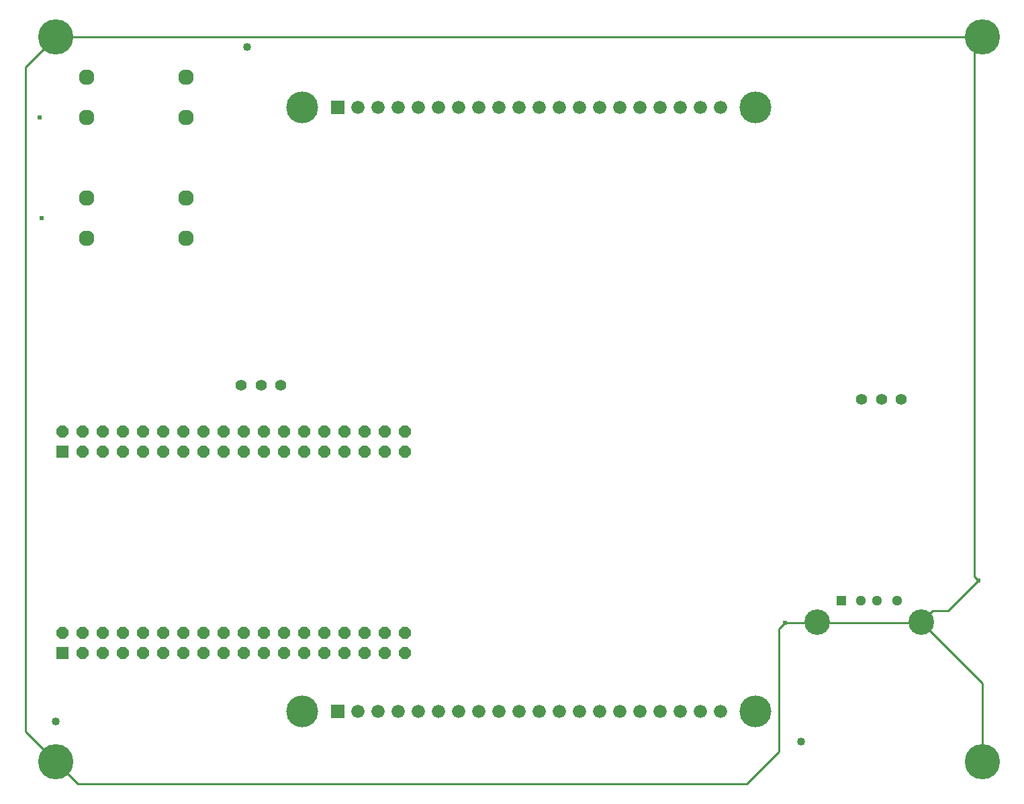
<source format=gbr>
G04 EAGLE Gerber RS-274X export*
G75*
%MOMM*%
%FSLAX34Y34*%
%LPD*%
%INBottom Copper*%
%IPPOS*%
%AMOC8*
5,1,8,0,0,1.08239X$1,22.5*%
G01*
%ADD10C,1.016000*%
%ADD11R,1.676400X1.676400*%
%ADD12C,1.676400*%
%ADD13C,4.016000*%
%ADD14R,1.288000X1.288000*%
%ADD15C,1.288000*%
%ADD16C,3.220000*%
%ADD17C,4.445000*%
%ADD18C,1.400000*%
%ADD19C,1.960000*%
%ADD20R,1.524000X1.524000*%
%ADD21P,1.649562X8X22.500000*%
%ADD22C,0.609600*%
%ADD23C,0.254000*%


D10*
X990600Y76200D03*
X292100Y952500D03*
X50800Y101600D03*
D11*
X406400Y876300D03*
D12*
X431800Y876300D03*
X457200Y876300D03*
X482600Y876300D03*
X508000Y876300D03*
X533400Y876300D03*
X558800Y876300D03*
X584200Y876300D03*
X609600Y876300D03*
X635000Y876300D03*
X660400Y876300D03*
X685800Y876300D03*
X711200Y876300D03*
X736600Y876300D03*
X762000Y876300D03*
X787400Y876300D03*
X812800Y876300D03*
X838200Y876300D03*
X863600Y876300D03*
X889000Y876300D03*
D11*
X406400Y114300D03*
D12*
X431800Y114300D03*
X457200Y114300D03*
X482600Y114300D03*
X508000Y114300D03*
X533400Y114300D03*
X558800Y114300D03*
X584200Y114300D03*
X609600Y114300D03*
X635000Y114300D03*
X660400Y114300D03*
X685800Y114300D03*
X711200Y114300D03*
X736600Y114300D03*
X762000Y114300D03*
X787400Y114300D03*
X812800Y114300D03*
X838200Y114300D03*
X863600Y114300D03*
X889000Y114300D03*
D13*
X361950Y114300D03*
X933450Y114300D03*
X361950Y876300D03*
X933450Y876300D03*
D14*
X1041400Y254000D03*
D15*
X1066400Y254000D03*
X1086400Y254000D03*
X1111400Y254000D03*
D16*
X1010700Y226900D03*
X1142100Y226900D03*
D17*
X50800Y965200D03*
X1219200Y965200D03*
X1219200Y50800D03*
X50800Y50800D03*
D18*
X1067200Y508000D03*
X1092200Y508000D03*
X1117200Y508000D03*
X284880Y525780D03*
X309880Y525780D03*
X334880Y525780D03*
D19*
X214900Y761600D03*
X214900Y711600D03*
X89900Y711600D03*
X89900Y761600D03*
X214900Y914000D03*
X214900Y864000D03*
X89900Y864000D03*
X89900Y914000D03*
D20*
X59100Y187700D03*
D21*
X59100Y213100D03*
X84500Y187700D03*
X84500Y213100D03*
X109900Y187700D03*
X109900Y213100D03*
X135300Y187700D03*
X135300Y213100D03*
X160700Y187700D03*
X160700Y213100D03*
X186100Y187700D03*
X186100Y213100D03*
X211500Y187700D03*
X211500Y213100D03*
X236900Y187700D03*
X236900Y213100D03*
X262300Y187700D03*
X262300Y213100D03*
X287700Y187700D03*
X287700Y213100D03*
X313100Y187700D03*
X313100Y213100D03*
X338500Y187700D03*
X338500Y213100D03*
X363900Y187700D03*
X363900Y213100D03*
X389300Y187700D03*
X389300Y213100D03*
X414700Y187700D03*
X414700Y213100D03*
X440100Y187700D03*
X440100Y213100D03*
X465500Y187700D03*
X465500Y213100D03*
X490900Y187700D03*
X490900Y213100D03*
D20*
X59100Y441700D03*
D21*
X59100Y467100D03*
X84500Y441700D03*
X84500Y467100D03*
X109900Y441700D03*
X109900Y467100D03*
X135300Y441700D03*
X135300Y467100D03*
X160700Y441700D03*
X160700Y467100D03*
X186100Y441700D03*
X186100Y467100D03*
X211500Y441700D03*
X211500Y467100D03*
X236900Y441700D03*
X236900Y467100D03*
X262300Y441700D03*
X262300Y467100D03*
X287700Y441700D03*
X287700Y467100D03*
X313100Y441700D03*
X313100Y467100D03*
X338500Y441700D03*
X338500Y467100D03*
X363900Y441700D03*
X363900Y467100D03*
X389300Y441700D03*
X389300Y467100D03*
X414700Y441700D03*
X414700Y467100D03*
X440100Y441700D03*
X440100Y467100D03*
X465500Y441700D03*
X465500Y467100D03*
X490900Y441700D03*
X490900Y467100D03*
D22*
X33020Y736600D03*
X30480Y863600D03*
D23*
X1009860Y226060D02*
X1010700Y226900D01*
D22*
X970280Y226060D03*
D23*
X1009860Y226060D01*
X1142100Y226900D02*
X1156500Y241300D01*
X1176020Y241300D01*
D22*
X1214120Y279400D03*
D23*
X1176020Y241300D01*
X1219200Y149800D02*
X1219200Y50800D01*
X1219200Y149800D02*
X1142100Y226900D01*
X1209040Y284480D02*
X1209040Y955040D01*
X1209040Y284480D02*
X1214120Y279400D01*
X1209040Y955040D02*
X1219200Y965200D01*
X1148080Y226060D02*
X1009860Y226060D01*
X970280Y226060D02*
X962660Y218440D01*
X962660Y63500D01*
X922020Y22860D01*
X78740Y22860D01*
X50800Y50800D01*
X12700Y88900D01*
X12700Y927100D02*
X50800Y965200D01*
X12700Y927100D02*
X12700Y88900D01*
X50800Y965200D02*
X1221740Y965200D01*
X1224280Y967740D01*
M02*

</source>
